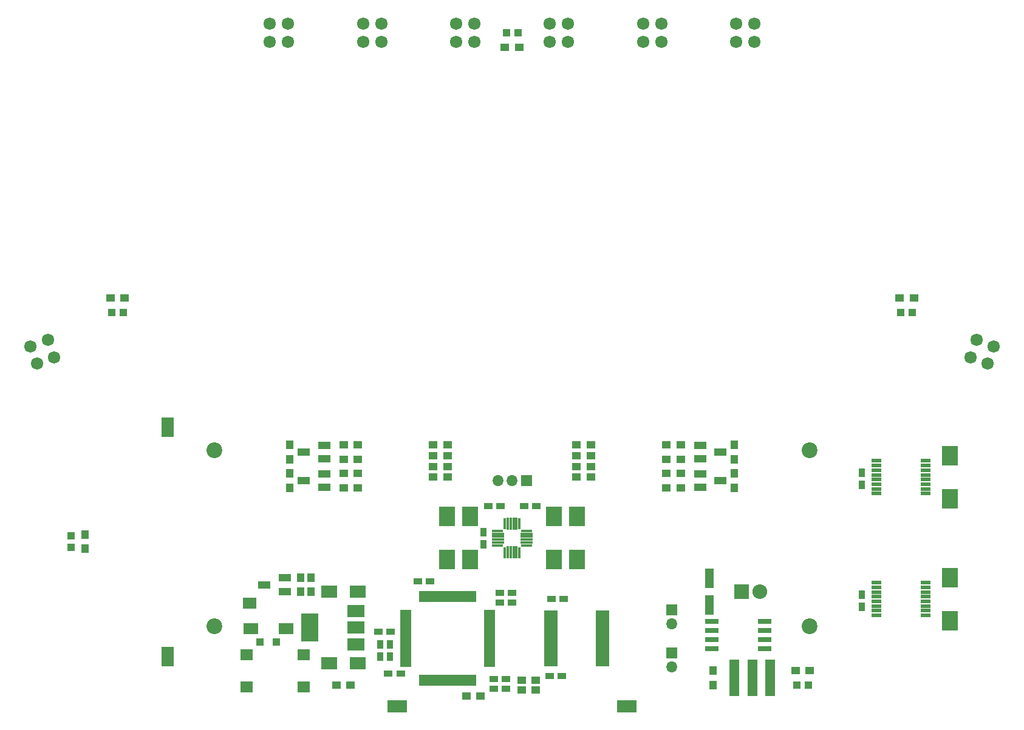
<source format=gts>
G04 #@! TF.FileFunction,Soldermask,Top*
%FSLAX46Y46*%
G04 Gerber Fmt 4.6, Leading zero omitted, Abs format (unit mm)*
G04 Created by KiCad (PCBNEW 4.0.1-stable) date 2017/09/30 15:07:11*
%MOMM*%
G01*
G04 APERTURE LIST*
%ADD10C,0.100000*%
%ADD11R,2.200000X2.700000*%
%ADD12R,1.950000X0.650000*%
%ADD13R,1.400000X0.600000*%
%ADD14R,1.200000X0.950000*%
%ADD15R,0.950000X1.200000*%
%ADD16R,2.200000X1.800000*%
%ADD17R,1.000000X1.000000*%
%ADD18R,1.000000X1.100000*%
%ADD19R,2.700000X1.700000*%
%ADD20R,2.050000X2.050000*%
%ADD21O,2.050000X2.050000*%
%ADD22R,1.700000X2.700000*%
%ADD23R,1.550000X1.550000*%
%ADD24O,1.550000X1.550000*%
%ADD25R,1.700000X1.000000*%
%ADD26R,1.200000X1.100000*%
%ADD27R,1.100000X1.200000*%
%ADD28R,1.600000X0.500000*%
%ADD29R,0.500000X1.600000*%
%ADD30R,1.950000X0.750000*%
%ADD31R,2.400000X4.000000*%
%ADD32R,2.400000X1.700000*%
%ADD33R,1.600000X0.400000*%
%ADD34R,1.700000X0.400000*%
%ADD35R,0.400000X1.600000*%
%ADD36R,0.400000X1.700000*%
%ADD37C,1.724000*%
%ADD38R,1.750000X1.500000*%
%ADD39R,1.900000X1.500000*%
%ADD40R,2.100000X1.500000*%
%ADD41R,1.400000X5.200000*%
%ADD42C,2.200000*%
%ADD43R,1.200000X2.700000*%
G04 APERTURE END LIST*
D10*
D11*
X211000000Y-131000000D03*
X211000000Y-137000000D03*
D12*
X162600000Y-143075000D03*
X162600000Y-142425000D03*
X162600000Y-141775000D03*
X162600000Y-141125000D03*
X162600000Y-140475000D03*
X162600000Y-139825000D03*
X162600000Y-139175000D03*
X162600000Y-138525000D03*
X162600000Y-137875000D03*
X162600000Y-137225000D03*
X162600000Y-136575000D03*
X162600000Y-135925000D03*
X155400000Y-135925000D03*
X155400000Y-136575000D03*
X155400000Y-137225000D03*
X155400000Y-137875000D03*
X155400000Y-138525000D03*
X155400000Y-139175000D03*
X155400000Y-139825000D03*
X155400000Y-140475000D03*
X155400000Y-141125000D03*
X155400000Y-141775000D03*
X155400000Y-142425000D03*
X155400000Y-143075000D03*
D13*
X207650000Y-136275000D03*
X207650000Y-135625000D03*
X207650000Y-134975000D03*
X207650000Y-134325000D03*
X207650000Y-133675000D03*
X207650000Y-133025000D03*
X207650000Y-132375000D03*
X207650000Y-131725000D03*
X200750000Y-131725000D03*
X200750000Y-132375000D03*
X200750000Y-133025000D03*
X200750000Y-133675000D03*
X200750000Y-134325000D03*
X200750000Y-134975000D03*
X200750000Y-135625000D03*
X200750000Y-136275000D03*
D14*
X133050000Y-138600000D03*
X131350000Y-138600000D03*
D15*
X131600000Y-142050000D03*
X131600000Y-140350000D03*
X133000000Y-142050000D03*
X133000000Y-140350000D03*
D14*
X134450000Y-144400000D03*
X132750000Y-144400000D03*
X136850000Y-131500000D03*
X138550000Y-131500000D03*
X147450000Y-146500000D03*
X149150000Y-146500000D03*
D16*
X128500000Y-143000000D03*
X124500000Y-143000000D03*
D14*
X147450000Y-145200000D03*
X149150000Y-145200000D03*
D16*
X128500000Y-133000000D03*
X124500000Y-133000000D03*
D14*
X148250000Y-133100000D03*
X149950000Y-133100000D03*
X148250000Y-134500000D03*
X149950000Y-134500000D03*
X156950000Y-144700000D03*
X155250000Y-144700000D03*
X155450000Y-134000000D03*
X157150000Y-134000000D03*
X151650000Y-121000000D03*
X153350000Y-121000000D03*
X148350000Y-121000000D03*
X146650000Y-121000000D03*
D15*
X146000000Y-124650000D03*
X146000000Y-126350000D03*
X198750000Y-118100000D03*
X198750000Y-116400000D03*
X198750000Y-135100000D03*
X198750000Y-133400000D03*
D17*
X149200000Y-55000000D03*
X150800000Y-55000000D03*
X95800000Y-94000000D03*
X94200000Y-94000000D03*
X204200000Y-94000000D03*
X205800000Y-94000000D03*
X88500000Y-126800000D03*
X88500000Y-125200000D03*
X191300000Y-146000000D03*
X189700000Y-146000000D03*
D18*
X114850000Y-140000000D03*
X117150000Y-140000000D03*
D19*
X166000000Y-149000000D03*
D20*
X182000000Y-133000000D03*
D21*
X184540000Y-133000000D03*
D22*
X102000000Y-142000000D03*
X102000000Y-110000000D03*
D19*
X134000000Y-149000000D03*
D23*
X152000000Y-117500000D03*
D24*
X150000000Y-117500000D03*
X148000000Y-117500000D03*
D23*
X172250000Y-135500000D03*
D24*
X172250000Y-137500000D03*
D23*
X172250000Y-141500000D03*
D24*
X172250000Y-143500000D03*
D25*
X118300000Y-132950000D03*
X118300000Y-131050000D03*
X115470000Y-132000000D03*
X123800000Y-118450000D03*
X123800000Y-116550000D03*
X120970000Y-117500000D03*
X123800000Y-114450000D03*
X123800000Y-112550000D03*
X120970000Y-113500000D03*
X176200000Y-112550000D03*
X176200000Y-114450000D03*
X179030000Y-113500000D03*
X176200000Y-116550000D03*
X176200000Y-118450000D03*
X179030000Y-117500000D03*
D26*
X151000000Y-57000000D03*
X149000000Y-57000000D03*
X94000000Y-92000000D03*
X96000000Y-92000000D03*
X206000000Y-92000000D03*
X204000000Y-92000000D03*
D27*
X90500000Y-127000000D03*
X90500000Y-125000000D03*
D26*
X127500000Y-146000000D03*
X125500000Y-146000000D03*
D27*
X178000000Y-146000000D03*
X178000000Y-144000000D03*
D26*
X153300000Y-145300000D03*
X151300000Y-145300000D03*
X151300000Y-146700000D03*
X153300000Y-146700000D03*
X143600000Y-147500000D03*
X145600000Y-147500000D03*
X189500000Y-144000000D03*
X191500000Y-144000000D03*
D27*
X122000000Y-131000000D03*
X122000000Y-133000000D03*
X120500000Y-133000000D03*
X120500000Y-131000000D03*
D26*
X126500000Y-118500000D03*
X128500000Y-118500000D03*
X126500000Y-114500000D03*
X128500000Y-114500000D03*
X173500000Y-112500000D03*
X171500000Y-112500000D03*
X173500000Y-116500000D03*
X171500000Y-116500000D03*
X128500000Y-116500000D03*
X126500000Y-116500000D03*
X128500000Y-112500000D03*
X126500000Y-112500000D03*
X171500000Y-114500000D03*
X173500000Y-114500000D03*
X171500000Y-118500000D03*
X173500000Y-118500000D03*
D27*
X119000000Y-118500000D03*
X119000000Y-116500000D03*
X119000000Y-114500000D03*
X119000000Y-112500000D03*
X181000000Y-114500000D03*
X181000000Y-112500000D03*
X181000000Y-118500000D03*
X181000000Y-116500000D03*
D26*
X139000000Y-115500000D03*
X141000000Y-115500000D03*
X139000000Y-117000000D03*
X141000000Y-117000000D03*
X139000000Y-112500000D03*
X141000000Y-112500000D03*
X139000000Y-114000000D03*
X141000000Y-114000000D03*
X161000000Y-114000000D03*
X159000000Y-114000000D03*
X161000000Y-112500000D03*
X159000000Y-112500000D03*
X161000000Y-115500000D03*
X159000000Y-115500000D03*
X161000000Y-117000000D03*
X159000000Y-117000000D03*
D28*
X135150000Y-135750000D03*
X135150000Y-136250000D03*
X135150000Y-136750000D03*
X135150000Y-137250000D03*
X135150000Y-137750000D03*
X135150000Y-138250000D03*
X135150000Y-138750000D03*
X135150000Y-139250000D03*
X135150000Y-139750000D03*
X135150000Y-140250000D03*
X135150000Y-140750000D03*
X135150000Y-141250000D03*
X135150000Y-141750000D03*
X135150000Y-142250000D03*
X135150000Y-142750000D03*
X135150000Y-143250000D03*
D29*
X137250000Y-145350000D03*
X137750000Y-145350000D03*
X138250000Y-145350000D03*
X138750000Y-145350000D03*
X139250000Y-145350000D03*
X139750000Y-145350000D03*
X140250000Y-145350000D03*
X140750000Y-145350000D03*
X141250000Y-145350000D03*
X141750000Y-145350000D03*
X142250000Y-145350000D03*
X142750000Y-145350000D03*
X143250000Y-145350000D03*
X143750000Y-145350000D03*
X144250000Y-145350000D03*
X144750000Y-145350000D03*
D28*
X146850000Y-143250000D03*
X146850000Y-142750000D03*
X146850000Y-142250000D03*
X146850000Y-141750000D03*
X146850000Y-141250000D03*
X146850000Y-140750000D03*
X146850000Y-140250000D03*
X146850000Y-139750000D03*
X146850000Y-139250000D03*
X146850000Y-138750000D03*
X146850000Y-138250000D03*
X146850000Y-137750000D03*
X146850000Y-137250000D03*
X146850000Y-136750000D03*
X146850000Y-136250000D03*
X146850000Y-135750000D03*
D29*
X144750000Y-133650000D03*
X144250000Y-133650000D03*
X143750000Y-133650000D03*
X143250000Y-133650000D03*
X142750000Y-133650000D03*
X142250000Y-133650000D03*
X141750000Y-133650000D03*
X141250000Y-133650000D03*
X140750000Y-133650000D03*
X140250000Y-133650000D03*
X139750000Y-133650000D03*
X139250000Y-133650000D03*
X138750000Y-133650000D03*
X138250000Y-133650000D03*
X137750000Y-133650000D03*
X137250000Y-133650000D03*
D30*
X185200000Y-140905000D03*
X185200000Y-139635000D03*
X185200000Y-138365000D03*
X185200000Y-137095000D03*
X177800000Y-137095000D03*
X177800000Y-138365000D03*
X177800000Y-139635000D03*
X177800000Y-140905000D03*
D31*
X121750000Y-138000000D03*
D32*
X128250000Y-138000000D03*
X128250000Y-135700000D03*
X128250000Y-140300000D03*
D33*
X152050000Y-126500000D03*
D34*
X152000000Y-126100000D03*
X152000000Y-125700000D03*
X152000000Y-125300000D03*
X152000000Y-124900000D03*
D33*
X152050000Y-124500000D03*
D35*
X151000000Y-123450000D03*
D36*
X150600000Y-123500000D03*
X150200000Y-123500000D03*
X149800000Y-123500000D03*
X149400000Y-123500000D03*
D35*
X149000000Y-123450000D03*
D33*
X147950000Y-124500000D03*
D34*
X148000000Y-124900000D03*
X148000000Y-125300000D03*
X148000000Y-125700000D03*
X148000000Y-126100000D03*
D33*
X147950000Y-126500000D03*
D35*
X149000000Y-127550000D03*
D36*
X149400000Y-127500000D03*
X149800000Y-127500000D03*
X150200000Y-127500000D03*
X150600000Y-127500000D03*
D35*
X151000000Y-127550000D03*
D13*
X207650000Y-119275000D03*
X207650000Y-118625000D03*
X207650000Y-117975000D03*
X207650000Y-117325000D03*
X207650000Y-116675000D03*
X207650000Y-116025000D03*
X207650000Y-115375000D03*
X207650000Y-114725000D03*
X200750000Y-114725000D03*
X200750000Y-115375000D03*
X200750000Y-116025000D03*
X200750000Y-116675000D03*
X200750000Y-117325000D03*
X200750000Y-117975000D03*
X200750000Y-118625000D03*
X200750000Y-119275000D03*
D37*
X118770000Y-53730000D03*
X116230000Y-53730000D03*
X118770000Y-56270000D03*
X116230000Y-56270000D03*
X85259044Y-97872225D03*
X82872225Y-98740956D03*
X86127775Y-100259044D03*
X83740956Y-101127775D03*
X144770000Y-53730000D03*
X142230000Y-53730000D03*
X144770000Y-56270000D03*
X142230000Y-56270000D03*
X131770000Y-53730000D03*
X129230000Y-53730000D03*
X131770000Y-56270000D03*
X129230000Y-56270000D03*
X170770000Y-53730000D03*
X168230000Y-53730000D03*
X170770000Y-56270000D03*
X168230000Y-56270000D03*
X157770000Y-53730000D03*
X155230000Y-53730000D03*
X157770000Y-56270000D03*
X155230000Y-56270000D03*
X183770000Y-53730000D03*
X181230000Y-53730000D03*
X183770000Y-56270000D03*
X181230000Y-56270000D03*
X217127775Y-98740956D03*
X214740956Y-97872225D03*
X216259044Y-101127775D03*
X213872225Y-100259044D03*
D38*
X113025000Y-141750000D03*
X120975000Y-141750000D03*
X113025000Y-146250000D03*
X120975000Y-146250000D03*
D39*
X113450000Y-134600000D03*
D40*
X113550000Y-138100000D03*
X118450000Y-138150000D03*
D41*
X181000000Y-145000000D03*
X183500000Y-145000000D03*
X186000000Y-145000000D03*
D42*
X108500000Y-113215000D03*
X108500000Y-137785000D03*
X191500000Y-113215000D03*
X191500000Y-137785000D03*
D43*
X177500000Y-134850000D03*
X177500000Y-131150000D03*
D11*
X211000000Y-114000000D03*
X211000000Y-120000000D03*
X159040000Y-122500000D03*
X159040000Y-128500000D03*
X155840000Y-122500000D03*
X155840000Y-128500000D03*
X144160000Y-128500000D03*
X144160000Y-122500000D03*
X140960000Y-128500000D03*
X140960000Y-122500000D03*
M02*

</source>
